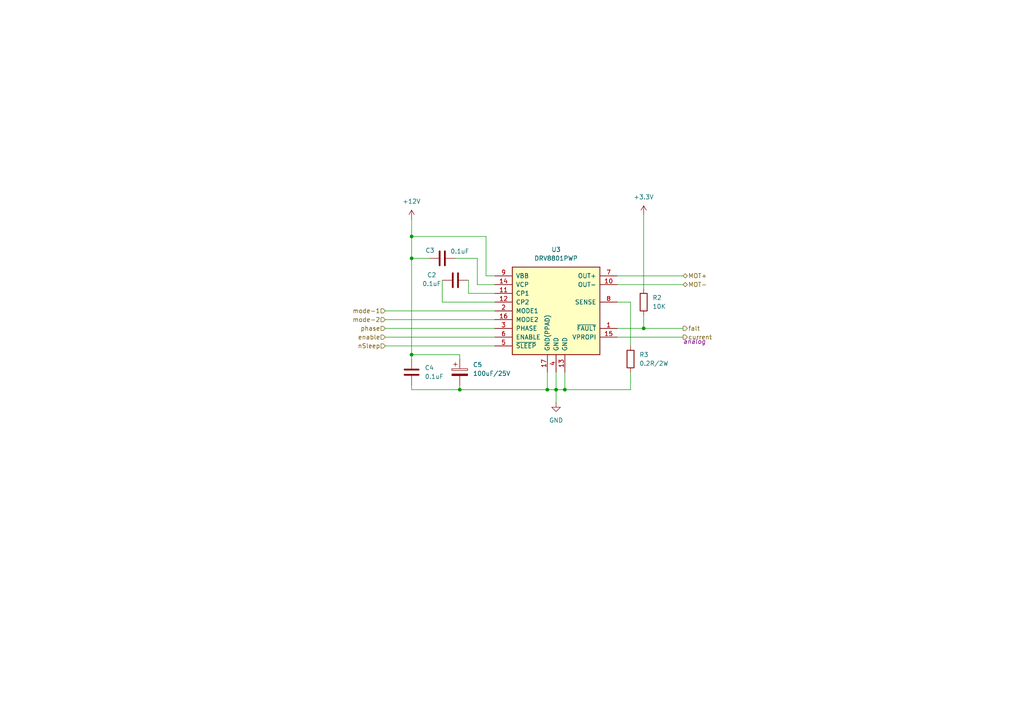
<source format=kicad_sch>
(kicad_sch
	(version 20231120)
	(generator "eeschema")
	(generator_version "8.0")
	(uuid "b66de35c-a5e8-4849-a5fd-959220826919")
	(paper "A4")
	(lib_symbols
		(symbol "Device:C"
			(pin_numbers hide)
			(pin_names
				(offset 0.254)
			)
			(exclude_from_sim no)
			(in_bom yes)
			(on_board yes)
			(property "Reference" "C"
				(at 0.635 2.54 0)
				(effects
					(font
						(size 1.27 1.27)
					)
					(justify left)
				)
			)
			(property "Value" "C"
				(at 0.635 -2.54 0)
				(effects
					(font
						(size 1.27 1.27)
					)
					(justify left)
				)
			)
			(property "Footprint" ""
				(at 0.9652 -3.81 0)
				(effects
					(font
						(size 1.27 1.27)
					)
					(hide yes)
				)
			)
			(property "Datasheet" "~"
				(at 0 0 0)
				(effects
					(font
						(size 1.27 1.27)
					)
					(hide yes)
				)
			)
			(property "Description" "Unpolarized capacitor"
				(at 0 0 0)
				(effects
					(font
						(size 1.27 1.27)
					)
					(hide yes)
				)
			)
			(property "ki_keywords" "cap capacitor"
				(at 0 0 0)
				(effects
					(font
						(size 1.27 1.27)
					)
					(hide yes)
				)
			)
			(property "ki_fp_filters" "C_*"
				(at 0 0 0)
				(effects
					(font
						(size 1.27 1.27)
					)
					(hide yes)
				)
			)
			(symbol "C_0_1"
				(polyline
					(pts
						(xy -2.032 -0.762) (xy 2.032 -0.762)
					)
					(stroke
						(width 0.508)
						(type default)
					)
					(fill
						(type none)
					)
				)
				(polyline
					(pts
						(xy -2.032 0.762) (xy 2.032 0.762)
					)
					(stroke
						(width 0.508)
						(type default)
					)
					(fill
						(type none)
					)
				)
			)
			(symbol "C_1_1"
				(pin passive line
					(at 0 3.81 270)
					(length 2.794)
					(name "~"
						(effects
							(font
								(size 1.27 1.27)
							)
						)
					)
					(number "1"
						(effects
							(font
								(size 1.27 1.27)
							)
						)
					)
				)
				(pin passive line
					(at 0 -3.81 90)
					(length 2.794)
					(name "~"
						(effects
							(font
								(size 1.27 1.27)
							)
						)
					)
					(number "2"
						(effects
							(font
								(size 1.27 1.27)
							)
						)
					)
				)
			)
		)
		(symbol "Device:C_Polarized"
			(pin_numbers hide)
			(pin_names
				(offset 0.254)
			)
			(exclude_from_sim no)
			(in_bom yes)
			(on_board yes)
			(property "Reference" "C"
				(at 0.635 2.54 0)
				(effects
					(font
						(size 1.27 1.27)
					)
					(justify left)
				)
			)
			(property "Value" "C_Polarized"
				(at 0.635 -2.54 0)
				(effects
					(font
						(size 1.27 1.27)
					)
					(justify left)
				)
			)
			(property "Footprint" ""
				(at 0.9652 -3.81 0)
				(effects
					(font
						(size 1.27 1.27)
					)
					(hide yes)
				)
			)
			(property "Datasheet" "~"
				(at 0 0 0)
				(effects
					(font
						(size 1.27 1.27)
					)
					(hide yes)
				)
			)
			(property "Description" "Polarized capacitor"
				(at 0 0 0)
				(effects
					(font
						(size 1.27 1.27)
					)
					(hide yes)
				)
			)
			(property "ki_keywords" "cap capacitor"
				(at 0 0 0)
				(effects
					(font
						(size 1.27 1.27)
					)
					(hide yes)
				)
			)
			(property "ki_fp_filters" "CP_*"
				(at 0 0 0)
				(effects
					(font
						(size 1.27 1.27)
					)
					(hide yes)
				)
			)
			(symbol "C_Polarized_0_1"
				(rectangle
					(start -2.286 0.508)
					(end 2.286 1.016)
					(stroke
						(width 0)
						(type default)
					)
					(fill
						(type none)
					)
				)
				(polyline
					(pts
						(xy -1.778 2.286) (xy -0.762 2.286)
					)
					(stroke
						(width 0)
						(type default)
					)
					(fill
						(type none)
					)
				)
				(polyline
					(pts
						(xy -1.27 2.794) (xy -1.27 1.778)
					)
					(stroke
						(width 0)
						(type default)
					)
					(fill
						(type none)
					)
				)
				(rectangle
					(start 2.286 -0.508)
					(end -2.286 -1.016)
					(stroke
						(width 0)
						(type default)
					)
					(fill
						(type outline)
					)
				)
			)
			(symbol "C_Polarized_1_1"
				(pin passive line
					(at 0 3.81 270)
					(length 2.794)
					(name "~"
						(effects
							(font
								(size 1.27 1.27)
							)
						)
					)
					(number "1"
						(effects
							(font
								(size 1.27 1.27)
							)
						)
					)
				)
				(pin passive line
					(at 0 -3.81 90)
					(length 2.794)
					(name "~"
						(effects
							(font
								(size 1.27 1.27)
							)
						)
					)
					(number "2"
						(effects
							(font
								(size 1.27 1.27)
							)
						)
					)
				)
			)
		)
		(symbol "Device:R"
			(pin_numbers hide)
			(pin_names
				(offset 0)
			)
			(exclude_from_sim no)
			(in_bom yes)
			(on_board yes)
			(property "Reference" "R"
				(at 2.032 0 90)
				(effects
					(font
						(size 1.27 1.27)
					)
				)
			)
			(property "Value" "R"
				(at 0 0 90)
				(effects
					(font
						(size 1.27 1.27)
					)
				)
			)
			(property "Footprint" ""
				(at -1.778 0 90)
				(effects
					(font
						(size 1.27 1.27)
					)
					(hide yes)
				)
			)
			(property "Datasheet" "~"
				(at 0 0 0)
				(effects
					(font
						(size 1.27 1.27)
					)
					(hide yes)
				)
			)
			(property "Description" "Resistor"
				(at 0 0 0)
				(effects
					(font
						(size 1.27 1.27)
					)
					(hide yes)
				)
			)
			(property "ki_keywords" "R res resistor"
				(at 0 0 0)
				(effects
					(font
						(size 1.27 1.27)
					)
					(hide yes)
				)
			)
			(property "ki_fp_filters" "R_*"
				(at 0 0 0)
				(effects
					(font
						(size 1.27 1.27)
					)
					(hide yes)
				)
			)
			(symbol "R_0_1"
				(rectangle
					(start -1.016 -2.54)
					(end 1.016 2.54)
					(stroke
						(width 0.254)
						(type default)
					)
					(fill
						(type none)
					)
				)
			)
			(symbol "R_1_1"
				(pin passive line
					(at 0 3.81 270)
					(length 1.27)
					(name "~"
						(effects
							(font
								(size 1.27 1.27)
							)
						)
					)
					(number "1"
						(effects
							(font
								(size 1.27 1.27)
							)
						)
					)
				)
				(pin passive line
					(at 0 -3.81 90)
					(length 1.27)
					(name "~"
						(effects
							(font
								(size 1.27 1.27)
							)
						)
					)
					(number "2"
						(effects
							(font
								(size 1.27 1.27)
							)
						)
					)
				)
			)
		)
		(symbol "Driver_Motor:DRV8801PWP"
			(pin_names
				(offset 1.016)
			)
			(exclude_from_sim no)
			(in_bom yes)
			(on_board yes)
			(property "Reference" "U"
				(at -12.7 16.51 0)
				(effects
					(font
						(size 1.27 1.27)
					)
					(justify left)
				)
			)
			(property "Value" "DRV8801PWP"
				(at -12.7 13.97 0)
				(effects
					(font
						(size 1.27 1.27)
					)
					(justify left)
				)
			)
			(property "Footprint" "Package_SO:HTSSOP-16-1EP_4.4x5mm_P0.65mm_EP3.4x5mm_Mask3x3mm_ThermalVias"
				(at 30.48 13.97 0)
				(effects
					(font
						(size 1.27 1.27)
					)
					(hide yes)
				)
			)
			(property "Datasheet" "http://www.ti.com/lit/ds/symlink/drv8801.pdf"
				(at 1.27 22.86 0)
				(effects
					(font
						(size 1.27 1.27)
					)
					(hide yes)
				)
			)
			(property "Description" "H-Bridge Motor Driver, TSSOP-16"
				(at 0 0 0)
				(effects
					(font
						(size 1.27 1.27)
					)
					(hide yes)
				)
			)
			(property "ki_keywords" "H-Bridge Motor Driver"
				(at 0 0 0)
				(effects
					(font
						(size 1.27 1.27)
					)
					(hide yes)
				)
			)
			(property "ki_fp_filters" "*TSSOP*4.4x5mm*P0.65mm*"
				(at 0 0 0)
				(effects
					(font
						(size 1.27 1.27)
					)
					(hide yes)
				)
			)
			(symbol "DRV8801PWP_0_1"
				(rectangle
					(start -12.7 12.7)
					(end 12.7 -12.7)
					(stroke
						(width 0.254)
						(type default)
					)
					(fill
						(type background)
					)
				)
			)
			(symbol "DRV8801PWP_1_1"
				(pin open_collector line
					(at 17.78 -5.08 180)
					(length 5.08)
					(name "~{FAULT}"
						(effects
							(font
								(size 1.27 1.27)
							)
						)
					)
					(number "1"
						(effects
							(font
								(size 1.27 1.27)
							)
						)
					)
				)
				(pin power_out line
					(at 17.78 7.62 180)
					(length 5.08)
					(name "OUT-"
						(effects
							(font
								(size 1.27 1.27)
							)
						)
					)
					(number "10"
						(effects
							(font
								(size 1.27 1.27)
							)
						)
					)
				)
				(pin power_in line
					(at -17.78 5.08 0)
					(length 5.08)
					(name "CP1"
						(effects
							(font
								(size 1.27 1.27)
							)
						)
					)
					(number "11"
						(effects
							(font
								(size 1.27 1.27)
							)
						)
					)
				)
				(pin power_in line
					(at -17.78 2.54 0)
					(length 5.08)
					(name "CP2"
						(effects
							(font
								(size 1.27 1.27)
							)
						)
					)
					(number "12"
						(effects
							(font
								(size 1.27 1.27)
							)
						)
					)
				)
				(pin power_in line
					(at 2.54 -17.78 90)
					(length 5.08)
					(name "GND"
						(effects
							(font
								(size 1.27 1.27)
							)
						)
					)
					(number "13"
						(effects
							(font
								(size 1.27 1.27)
							)
						)
					)
				)
				(pin power_in line
					(at -17.78 7.62 0)
					(length 5.08)
					(name "VCP"
						(effects
							(font
								(size 1.27 1.27)
							)
						)
					)
					(number "14"
						(effects
							(font
								(size 1.27 1.27)
							)
						)
					)
				)
				(pin output line
					(at 17.78 -7.62 180)
					(length 5.08)
					(name "VPROPI"
						(effects
							(font
								(size 1.27 1.27)
							)
						)
					)
					(number "15"
						(effects
							(font
								(size 1.27 1.27)
							)
						)
					)
				)
				(pin input line
					(at -17.78 -2.54 0)
					(length 5.08)
					(name "MODE2"
						(effects
							(font
								(size 1.27 1.27)
							)
						)
					)
					(number "16"
						(effects
							(font
								(size 1.27 1.27)
							)
						)
					)
				)
				(pin power_in line
					(at -2.54 -17.78 90)
					(length 5.08)
					(name "GND(PPAD)"
						(effects
							(font
								(size 1.27 1.27)
							)
						)
					)
					(number "17"
						(effects
							(font
								(size 1.27 1.27)
							)
						)
					)
				)
				(pin input line
					(at -17.78 0 0)
					(length 5.08)
					(name "MODE1"
						(effects
							(font
								(size 1.27 1.27)
							)
						)
					)
					(number "2"
						(effects
							(font
								(size 1.27 1.27)
							)
						)
					)
				)
				(pin input line
					(at -17.78 -5.08 0)
					(length 5.08)
					(name "PHASE"
						(effects
							(font
								(size 1.27 1.27)
							)
						)
					)
					(number "3"
						(effects
							(font
								(size 1.27 1.27)
							)
						)
					)
				)
				(pin power_in line
					(at 0 -17.78 90)
					(length 5.08)
					(name "GND"
						(effects
							(font
								(size 1.27 1.27)
							)
						)
					)
					(number "4"
						(effects
							(font
								(size 1.27 1.27)
							)
						)
					)
				)
				(pin input line
					(at -17.78 -10.16 0)
					(length 5.08)
					(name "~{SLEEP}"
						(effects
							(font
								(size 1.27 1.27)
							)
						)
					)
					(number "5"
						(effects
							(font
								(size 1.27 1.27)
							)
						)
					)
				)
				(pin input line
					(at -17.78 -7.62 0)
					(length 5.08)
					(name "ENABLE"
						(effects
							(font
								(size 1.27 1.27)
							)
						)
					)
					(number "6"
						(effects
							(font
								(size 1.27 1.27)
							)
						)
					)
				)
				(pin power_out line
					(at 17.78 10.16 180)
					(length 5.08)
					(name "OUT+"
						(effects
							(font
								(size 1.27 1.27)
							)
						)
					)
					(number "7"
						(effects
							(font
								(size 1.27 1.27)
							)
						)
					)
				)
				(pin power_out line
					(at 17.78 2.54 180)
					(length 5.08)
					(name "SENSE"
						(effects
							(font
								(size 1.27 1.27)
							)
						)
					)
					(number "8"
						(effects
							(font
								(size 1.27 1.27)
							)
						)
					)
				)
				(pin power_in line
					(at -17.78 10.16 0)
					(length 5.08)
					(name "VBB"
						(effects
							(font
								(size 1.27 1.27)
							)
						)
					)
					(number "9"
						(effects
							(font
								(size 1.27 1.27)
							)
						)
					)
				)
			)
		)
		(symbol "power:+12V"
			(power)
			(pin_numbers hide)
			(pin_names
				(offset 0) hide)
			(exclude_from_sim no)
			(in_bom yes)
			(on_board yes)
			(property "Reference" "#PWR"
				(at 0 -3.81 0)
				(effects
					(font
						(size 1.27 1.27)
					)
					(hide yes)
				)
			)
			(property "Value" "+12V"
				(at 0 3.556 0)
				(effects
					(font
						(size 1.27 1.27)
					)
				)
			)
			(property "Footprint" ""
				(at 0 0 0)
				(effects
					(font
						(size 1.27 1.27)
					)
					(hide yes)
				)
			)
			(property "Datasheet" ""
				(at 0 0 0)
				(effects
					(font
						(size 1.27 1.27)
					)
					(hide yes)
				)
			)
			(property "Description" "Power symbol creates a global label with name \"+12V\""
				(at 0 0 0)
				(effects
					(font
						(size 1.27 1.27)
					)
					(hide yes)
				)
			)
			(property "ki_keywords" "global power"
				(at 0 0 0)
				(effects
					(font
						(size 1.27 1.27)
					)
					(hide yes)
				)
			)
			(symbol "+12V_0_1"
				(polyline
					(pts
						(xy -0.762 1.27) (xy 0 2.54)
					)
					(stroke
						(width 0)
						(type default)
					)
					(fill
						(type none)
					)
				)
				(polyline
					(pts
						(xy 0 0) (xy 0 2.54)
					)
					(stroke
						(width 0)
						(type default)
					)
					(fill
						(type none)
					)
				)
				(polyline
					(pts
						(xy 0 2.54) (xy 0.762 1.27)
					)
					(stroke
						(width 0)
						(type default)
					)
					(fill
						(type none)
					)
				)
			)
			(symbol "+12V_1_1"
				(pin power_in line
					(at 0 0 90)
					(length 0)
					(name "~"
						(effects
							(font
								(size 1.27 1.27)
							)
						)
					)
					(number "1"
						(effects
							(font
								(size 1.27 1.27)
							)
						)
					)
				)
			)
		)
		(symbol "power:+3.3V"
			(power)
			(pin_numbers hide)
			(pin_names
				(offset 0) hide)
			(exclude_from_sim no)
			(in_bom yes)
			(on_board yes)
			(property "Reference" "#PWR"
				(at 0 -3.81 0)
				(effects
					(font
						(size 1.27 1.27)
					)
					(hide yes)
				)
			)
			(property "Value" "+3.3V"
				(at 0 3.556 0)
				(effects
					(font
						(size 1.27 1.27)
					)
				)
			)
			(property "Footprint" ""
				(at 0 0 0)
				(effects
					(font
						(size 1.27 1.27)
					)
					(hide yes)
				)
			)
			(property "Datasheet" ""
				(at 0 0 0)
				(effects
					(font
						(size 1.27 1.27)
					)
					(hide yes)
				)
			)
			(property "Description" "Power symbol creates a global label with name \"+3.3V\""
				(at 0 0 0)
				(effects
					(font
						(size 1.27 1.27)
					)
					(hide yes)
				)
			)
			(property "ki_keywords" "global power"
				(at 0 0 0)
				(effects
					(font
						(size 1.27 1.27)
					)
					(hide yes)
				)
			)
			(symbol "+3.3V_0_1"
				(polyline
					(pts
						(xy -0.762 1.27) (xy 0 2.54)
					)
					(stroke
						(width 0)
						(type default)
					)
					(fill
						(type none)
					)
				)
				(polyline
					(pts
						(xy 0 0) (xy 0 2.54)
					)
					(stroke
						(width 0)
						(type default)
					)
					(fill
						(type none)
					)
				)
				(polyline
					(pts
						(xy 0 2.54) (xy 0.762 1.27)
					)
					(stroke
						(width 0)
						(type default)
					)
					(fill
						(type none)
					)
				)
			)
			(symbol "+3.3V_1_1"
				(pin power_in line
					(at 0 0 90)
					(length 0)
					(name "~"
						(effects
							(font
								(size 1.27 1.27)
							)
						)
					)
					(number "1"
						(effects
							(font
								(size 1.27 1.27)
							)
						)
					)
				)
			)
		)
		(symbol "power:GND"
			(power)
			(pin_numbers hide)
			(pin_names
				(offset 0) hide)
			(exclude_from_sim no)
			(in_bom yes)
			(on_board yes)
			(property "Reference" "#PWR"
				(at 0 -6.35 0)
				(effects
					(font
						(size 1.27 1.27)
					)
					(hide yes)
				)
			)
			(property "Value" "GND"
				(at 0 -3.81 0)
				(effects
					(font
						(size 1.27 1.27)
					)
				)
			)
			(property "Footprint" ""
				(at 0 0 0)
				(effects
					(font
						(size 1.27 1.27)
					)
					(hide yes)
				)
			)
			(property "Datasheet" ""
				(at 0 0 0)
				(effects
					(font
						(size 1.27 1.27)
					)
					(hide yes)
				)
			)
			(property "Description" "Power symbol creates a global label with name \"GND\" , ground"
				(at 0 0 0)
				(effects
					(font
						(size 1.27 1.27)
					)
					(hide yes)
				)
			)
			(property "ki_keywords" "global power"
				(at 0 0 0)
				(effects
					(font
						(size 1.27 1.27)
					)
					(hide yes)
				)
			)
			(symbol "GND_0_1"
				(polyline
					(pts
						(xy 0 0) (xy 0 -1.27) (xy 1.27 -1.27) (xy 0 -2.54) (xy -1.27 -1.27) (xy 0 -1.27)
					)
					(stroke
						(width 0)
						(type default)
					)
					(fill
						(type none)
					)
				)
			)
			(symbol "GND_1_1"
				(pin power_in line
					(at 0 0 270)
					(length 0)
					(name "~"
						(effects
							(font
								(size 1.27 1.27)
							)
						)
					)
					(number "1"
						(effects
							(font
								(size 1.27 1.27)
							)
						)
					)
				)
			)
		)
	)
	(junction
		(at 119.38 68.58)
		(diameter 0)
		(color 0 0 0 0)
		(uuid "23cf3a5c-fa28-4bac-9fc2-04645479af2d")
	)
	(junction
		(at 186.69 95.25)
		(diameter 0)
		(color 0 0 0 0)
		(uuid "79dd8631-80fd-4260-a3a0-58553617c45f")
	)
	(junction
		(at 119.38 102.87)
		(diameter 0)
		(color 0 0 0 0)
		(uuid "9aacaff2-c2a0-46fe-8249-8749f6daa3cc")
	)
	(junction
		(at 119.38 74.93)
		(diameter 0)
		(color 0 0 0 0)
		(uuid "a4b4d882-f24d-4b12-b5ba-df4974691f2b")
	)
	(junction
		(at 158.75 113.03)
		(diameter 0)
		(color 0 0 0 0)
		(uuid "c270f5d4-20cd-4b91-a33a-9071d16c7463")
	)
	(junction
		(at 133.35 113.03)
		(diameter 0)
		(color 0 0 0 0)
		(uuid "c71e3101-f45f-4cf3-a20f-c97674827964")
	)
	(junction
		(at 161.29 113.03)
		(diameter 0)
		(color 0 0 0 0)
		(uuid "e4936582-9325-4b06-b0a4-cc0707a07bfb")
	)
	(junction
		(at 163.83 113.03)
		(diameter 0)
		(color 0 0 0 0)
		(uuid "e96cd63a-ca26-4806-8f73-674f528710b5")
	)
	(wire
		(pts
			(xy 133.35 111.76) (xy 133.35 113.03)
		)
		(stroke
			(width 0)
			(type default)
		)
		(uuid "03b5a77c-475b-4cfb-ab2b-d5f4dfea0c84")
	)
	(wire
		(pts
			(xy 179.07 87.63) (xy 182.88 87.63)
		)
		(stroke
			(width 0)
			(type default)
		)
		(uuid "0508da91-1dfc-40a6-9349-9129fe38e7a4")
	)
	(wire
		(pts
			(xy 186.69 91.44) (xy 186.69 95.25)
		)
		(stroke
			(width 0)
			(type default)
		)
		(uuid "0823541b-bac2-45b3-a56b-7d5e9f2f1dd9")
	)
	(wire
		(pts
			(xy 158.75 107.95) (xy 158.75 113.03)
		)
		(stroke
			(width 0)
			(type default)
		)
		(uuid "14ce762a-e8ee-4229-9926-244fadd03d54")
	)
	(wire
		(pts
			(xy 133.35 113.03) (xy 158.75 113.03)
		)
		(stroke
			(width 0)
			(type default)
		)
		(uuid "2110fed0-fc2e-44a8-9b9b-f9e142cff96f")
	)
	(wire
		(pts
			(xy 111.76 100.33) (xy 143.51 100.33)
		)
		(stroke
			(width 0)
			(type default)
		)
		(uuid "25b02fea-3af8-47b1-a469-2cda7b2edaa9")
	)
	(wire
		(pts
			(xy 161.29 107.95) (xy 161.29 113.03)
		)
		(stroke
			(width 0)
			(type default)
		)
		(uuid "28b801c6-7566-46f4-895a-e63942c43124")
	)
	(wire
		(pts
			(xy 119.38 74.93) (xy 119.38 68.58)
		)
		(stroke
			(width 0)
			(type default)
		)
		(uuid "2a79aa9a-fc05-4734-849f-b7a676aa7784")
	)
	(wire
		(pts
			(xy 163.83 113.03) (xy 182.88 113.03)
		)
		(stroke
			(width 0)
			(type default)
		)
		(uuid "33afd0e4-0e87-4b8d-babb-4ccc2fb5f077")
	)
	(wire
		(pts
			(xy 119.38 74.93) (xy 119.38 102.87)
		)
		(stroke
			(width 0)
			(type default)
		)
		(uuid "34eaf103-0a40-41f4-87d0-13f240c1e6aa")
	)
	(wire
		(pts
			(xy 119.38 74.93) (xy 124.46 74.93)
		)
		(stroke
			(width 0)
			(type default)
		)
		(uuid "38d222b6-bf4f-4a07-84be-6d3826c3c5f5")
	)
	(wire
		(pts
			(xy 182.88 87.63) (xy 182.88 100.33)
		)
		(stroke
			(width 0)
			(type default)
		)
		(uuid "39bf956d-9010-48e3-911c-99efb7500a4b")
	)
	(wire
		(pts
			(xy 119.38 111.76) (xy 119.38 113.03)
		)
		(stroke
			(width 0)
			(type default)
		)
		(uuid "3e59e81f-dad7-4335-920e-089b260ced44")
	)
	(wire
		(pts
			(xy 179.07 82.55) (xy 198.12 82.55)
		)
		(stroke
			(width 0)
			(type default)
		)
		(uuid "482af211-3dba-4c7b-ba7f-3344e842d88b")
	)
	(wire
		(pts
			(xy 111.76 95.25) (xy 143.51 95.25)
		)
		(stroke
			(width 0)
			(type default)
		)
		(uuid "57566d5d-8ceb-4492-bf45-72cbabf65a1e")
	)
	(wire
		(pts
			(xy 138.43 74.93) (xy 132.08 74.93)
		)
		(stroke
			(width 0)
			(type default)
		)
		(uuid "58663acd-a2f9-4fc1-86a8-ba966bcda962")
	)
	(wire
		(pts
			(xy 119.38 113.03) (xy 133.35 113.03)
		)
		(stroke
			(width 0)
			(type default)
		)
		(uuid "59bcab1a-490a-42dc-9106-ff5e57b65b45")
	)
	(wire
		(pts
			(xy 158.75 113.03) (xy 161.29 113.03)
		)
		(stroke
			(width 0)
			(type default)
		)
		(uuid "5d9bc760-dc67-42e3-8df4-c9063faff13f")
	)
	(wire
		(pts
			(xy 135.89 81.28) (xy 135.89 85.09)
		)
		(stroke
			(width 0)
			(type default)
		)
		(uuid "5ed3ad6c-d5ee-4f6b-8016-f5cec93e2a21")
	)
	(wire
		(pts
			(xy 111.76 92.71) (xy 143.51 92.71)
		)
		(stroke
			(width 0)
			(type default)
		)
		(uuid "72b005b7-bcfd-4592-a911-57386582776e")
	)
	(wire
		(pts
			(xy 119.38 63.5) (xy 119.38 68.58)
		)
		(stroke
			(width 0)
			(type default)
		)
		(uuid "7d9d5fc4-d20c-4fba-a1d9-f852f89f8669")
	)
	(wire
		(pts
			(xy 143.51 82.55) (xy 138.43 82.55)
		)
		(stroke
			(width 0)
			(type default)
		)
		(uuid "7e840bea-84bd-4ea5-be79-5983948ec3ee")
	)
	(wire
		(pts
			(xy 186.69 95.25) (xy 198.12 95.25)
		)
		(stroke
			(width 0)
			(type default)
		)
		(uuid "815158f8-0c4e-4363-b0a7-a59826ef2d8e")
	)
	(wire
		(pts
			(xy 119.38 102.87) (xy 119.38 104.14)
		)
		(stroke
			(width 0)
			(type default)
		)
		(uuid "8a4964db-fe34-4ef6-89c3-5942e60f563b")
	)
	(wire
		(pts
			(xy 119.38 68.58) (xy 140.97 68.58)
		)
		(stroke
			(width 0)
			(type default)
		)
		(uuid "8f2855a1-0be0-43fd-b247-ede5fb03f1f4")
	)
	(wire
		(pts
			(xy 133.35 104.14) (xy 133.35 102.87)
		)
		(stroke
			(width 0)
			(type default)
		)
		(uuid "904bff3e-0d17-4d44-a765-e15dec39f8fa")
	)
	(wire
		(pts
			(xy 182.88 113.03) (xy 182.88 107.95)
		)
		(stroke
			(width 0)
			(type default)
		)
		(uuid "9a1c6b52-a9e9-4fba-be8f-59722ef84e5b")
	)
	(wire
		(pts
			(xy 186.69 62.23) (xy 186.69 83.82)
		)
		(stroke
			(width 0)
			(type default)
		)
		(uuid "9c6ab107-9569-45e9-afc2-3e4b0ee94751")
	)
	(wire
		(pts
			(xy 140.97 80.01) (xy 143.51 80.01)
		)
		(stroke
			(width 0)
			(type default)
		)
		(uuid "a59d8384-9d45-4b35-b592-f5aa271800dd")
	)
	(wire
		(pts
			(xy 128.27 87.63) (xy 143.51 87.63)
		)
		(stroke
			(width 0)
			(type default)
		)
		(uuid "a5ad9c4b-a911-4b2f-bc28-dabced586821")
	)
	(wire
		(pts
			(xy 161.29 113.03) (xy 161.29 116.84)
		)
		(stroke
			(width 0)
			(type default)
		)
		(uuid "a8a68618-65d6-4726-8a1c-01e388a31682")
	)
	(wire
		(pts
			(xy 140.97 68.58) (xy 140.97 80.01)
		)
		(stroke
			(width 0)
			(type default)
		)
		(uuid "b7985a46-b6ba-4fe8-b607-f2de32ebf032")
	)
	(wire
		(pts
			(xy 128.27 81.28) (xy 128.27 87.63)
		)
		(stroke
			(width 0)
			(type default)
		)
		(uuid "be7870db-7bd2-4a18-bd9e-61ee5cb526ed")
	)
	(wire
		(pts
			(xy 111.76 90.17) (xy 143.51 90.17)
		)
		(stroke
			(width 0)
			(type default)
		)
		(uuid "c27deac2-a18f-45c3-8801-2b2c8a03e03a")
	)
	(wire
		(pts
			(xy 161.29 113.03) (xy 163.83 113.03)
		)
		(stroke
			(width 0)
			(type default)
		)
		(uuid "d4fa08e0-1c7d-4b82-a387-6b32bac3ec9b")
	)
	(wire
		(pts
			(xy 186.69 95.25) (xy 179.07 95.25)
		)
		(stroke
			(width 0)
			(type default)
		)
		(uuid "d856ea5c-3876-40bd-9d99-d0ebed3f6d99")
	)
	(wire
		(pts
			(xy 138.43 74.93) (xy 138.43 82.55)
		)
		(stroke
			(width 0)
			(type default)
		)
		(uuid "da5c1e3e-801f-44ac-9692-e9896321dc36")
	)
	(wire
		(pts
			(xy 135.89 85.09) (xy 143.51 85.09)
		)
		(stroke
			(width 0)
			(type default)
		)
		(uuid "e2030079-cf57-4a09-939d-d7df75b93942")
	)
	(wire
		(pts
			(xy 133.35 102.87) (xy 119.38 102.87)
		)
		(stroke
			(width 0)
			(type default)
		)
		(uuid "eb1dd2c5-9610-4ddb-a23e-9cf4665d0b20")
	)
	(wire
		(pts
			(xy 179.07 97.79) (xy 198.12 97.79)
		)
		(stroke
			(width 0)
			(type default)
		)
		(uuid "f0c9b58a-75c2-4be9-bced-92dcb0d24d04")
	)
	(wire
		(pts
			(xy 179.07 80.01) (xy 198.12 80.01)
		)
		(stroke
			(width 0)
			(type default)
		)
		(uuid "f634591f-03f1-4291-b9fe-ca542a3b380f")
	)
	(wire
		(pts
			(xy 163.83 113.03) (xy 163.83 107.95)
		)
		(stroke
			(width 0)
			(type default)
		)
		(uuid "faeacfb9-fb25-4a34-ace6-66df05a6eac5")
	)
	(wire
		(pts
			(xy 111.76 97.79) (xy 143.51 97.79)
		)
		(stroke
			(width 0)
			(type default)
		)
		(uuid "fc9b9d8f-0702-4e83-8c36-f24e57fcc255")
	)
	(hierarchical_label "MOT-"
		(shape bidirectional)
		(at 198.12 82.55 0)
		(fields_autoplaced yes)
		(effects
			(font
				(size 1.27 1.27)
			)
			(justify left)
		)
		(uuid "4c63c7d3-13cd-476e-af4b-2ce48566ddf1")
	)
	(hierarchical_label "MOT+"
		(shape bidirectional)
		(at 198.12 80.01 0)
		(fields_autoplaced yes)
		(effects
			(font
				(size 1.27 1.27)
			)
			(justify left)
		)
		(uuid "65cc7a8a-827a-44c4-bcca-cf7609d7b253")
	)
	(hierarchical_label "mode-2"
		(shape input)
		(at 111.76 92.71 180)
		(fields_autoplaced yes)
		(effects
			(font
				(size 1.27 1.27)
			)
			(justify right)
		)
		(uuid "69c5a7d5-563f-4bea-bcf1-67e7455e9ac1")
	)
	(hierarchical_label "falt"
		(shape output)
		(at 198.12 95.25 0)
		(fields_autoplaced yes)
		(effects
			(font
				(size 1.27 1.27)
			)
			(justify left)
		)
		(uuid "7ee73e2a-15c2-4077-af09-1eef165fd95f")
	)
	(hierarchical_label "mode-1"
		(shape input)
		(at 111.76 90.17 180)
		(fields_autoplaced yes)
		(effects
			(font
				(size 1.27 1.27)
			)
			(justify right)
		)
		(uuid "b3b16f14-e45f-46e9-87c4-fec21cae27e5")
	)
	(hierarchical_label "enable"
		(shape input)
		(at 111.76 97.79 180)
		(fields_autoplaced yes)
		(effects
			(font
				(size 1.27 1.27)
			)
			(justify right)
		)
		(uuid "c7054532-674d-411a-9935-d92b9717e36a")
	)
	(hierarchical_label "nSleep"
		(shape input)
		(at 111.76 100.33 180)
		(fields_autoplaced yes)
		(effects
			(font
				(size 1.27 1.27)
			)
			(justify right)
		)
		(uuid "d111e091-58be-47f6-9c81-c180ab9a03e0")
	)
	(hierarchical_label "current"
		(shape output)
		(at 198.12 97.79 0)
		(fields_autoplaced yes)
		(effects
			(font
				(size 1.27 1.27)
				(thickness 0.1588)
			)
			(justify left)
		)
		(uuid "d6c8413a-26fe-460e-b70a-4eb2fa499d8c")
		(property "Netclass" "analog"
			(at 198.12 99.06 0)
			(effects
				(font
					(size 1.27 1.27)
					(thickness 0.1588)
					(italic yes)
				)
				(justify left)
			)
		)
	)
	(hierarchical_label "phase"
		(shape input)
		(at 111.76 95.25 180)
		(fields_autoplaced yes)
		(effects
			(font
				(size 1.27 1.27)
			)
			(justify right)
		)
		(uuid "e2456db0-5acb-43d2-bfc4-2d2b6fa5576d")
	)
	(symbol
		(lib_id "Device:C")
		(at 128.27 74.93 90)
		(unit 1)
		(exclude_from_sim no)
		(in_bom yes)
		(on_board yes)
		(dnp no)
		(uuid "28ca052f-7709-4efa-bad5-2994585b2eb5")
		(property "Reference" "C3"
			(at 124.714 72.644 90)
			(effects
				(font
					(size 1.27 1.27)
				)
			)
		)
		(property "Value" "0.1uF"
			(at 133.35 72.898 90)
			(effects
				(font
					(size 1.27 1.27)
				)
			)
		)
		(property "Footprint" ""
			(at 132.08 73.9648 0)
			(effects
				(font
					(size 1.27 1.27)
				)
				(hide yes)
			)
		)
		(property "Datasheet" "~"
			(at 128.27 74.93 0)
			(effects
				(font
					(size 1.27 1.27)
				)
				(hide yes)
			)
		)
		(property "Description" "Unpolarized capacitor"
			(at 128.27 74.93 0)
			(effects
				(font
					(size 1.27 1.27)
				)
				(hide yes)
			)
		)
		(pin "1"
			(uuid "1419903c-0bb4-42b4-96ae-157347cc33e1")
		)
		(pin "2"
			(uuid "637d1e64-5e97-4c22-aefd-6f5e4108ed52")
		)
		(instances
			(project "Railway-CAN"
				(path "/e87f8d3b-085f-4102-95a6-805c7a7244eb/2406e530-ab28-47d9-891c-67814956d0d6"
					(reference "C3")
					(unit 1)
				)
			)
		)
	)
	(symbol
		(lib_id "Device:C")
		(at 119.38 107.95 0)
		(unit 1)
		(exclude_from_sim no)
		(in_bom yes)
		(on_board yes)
		(dnp no)
		(fields_autoplaced yes)
		(uuid "313f39b3-262b-4ee7-a114-10f36e684ff1")
		(property "Reference" "C4"
			(at 123.19 106.6799 0)
			(effects
				(font
					(size 1.27 1.27)
				)
				(justify left)
			)
		)
		(property "Value" "0.1uF"
			(at 123.19 109.2199 0)
			(effects
				(font
					(size 1.27 1.27)
				)
				(justify left)
			)
		)
		(property "Footprint" ""
			(at 120.3452 111.76 0)
			(effects
				(font
					(size 1.27 1.27)
				)
				(hide yes)
			)
		)
		(property "Datasheet" "~"
			(at 119.38 107.95 0)
			(effects
				(font
					(size 1.27 1.27)
				)
				(hide yes)
			)
		)
		(property "Description" "Unpolarized capacitor"
			(at 119.38 107.95 0)
			(effects
				(font
					(size 1.27 1.27)
				)
				(hide yes)
			)
		)
		(pin "1"
			(uuid "3211fe2d-f37f-44e3-ac72-cdfba4b89dcc")
		)
		(pin "2"
			(uuid "77f551f8-1648-4fae-a298-cbd6252e0adf")
		)
		(instances
			(project "Railway-CAN"
				(path "/e87f8d3b-085f-4102-95a6-805c7a7244eb/2406e530-ab28-47d9-891c-67814956d0d6"
					(reference "C4")
					(unit 1)
				)
			)
		)
	)
	(symbol
		(lib_id "Device:C_Polarized")
		(at 133.35 107.95 0)
		(unit 1)
		(exclude_from_sim no)
		(in_bom yes)
		(on_board yes)
		(dnp no)
		(fields_autoplaced yes)
		(uuid "5bbf0eb4-97fc-4814-8aef-cb6a6b4d5223")
		(property "Reference" "C5"
			(at 137.16 105.7909 0)
			(effects
				(font
					(size 1.27 1.27)
				)
				(justify left)
			)
		)
		(property "Value" "100uF/25V"
			(at 137.16 108.3309 0)
			(effects
				(font
					(size 1.27 1.27)
				)
				(justify left)
			)
		)
		(property "Footprint" ""
			(at 134.3152 111.76 0)
			(effects
				(font
					(size 1.27 1.27)
				)
				(hide yes)
			)
		)
		(property "Datasheet" "~"
			(at 133.35 107.95 0)
			(effects
				(font
					(size 1.27 1.27)
				)
				(hide yes)
			)
		)
		(property "Description" "Polarized capacitor"
			(at 133.35 107.95 0)
			(effects
				(font
					(size 1.27 1.27)
				)
				(hide yes)
			)
		)
		(pin "2"
			(uuid "eaa0351f-0543-4126-991a-e6e04103f214")
		)
		(pin "1"
			(uuid "ca1238ac-f867-439e-8fa6-6e968d2c3109")
		)
		(instances
			(project ""
				(path "/e87f8d3b-085f-4102-95a6-805c7a7244eb/2406e530-ab28-47d9-891c-67814956d0d6"
					(reference "C5")
					(unit 1)
				)
			)
		)
	)
	(symbol
		(lib_id "Device:C")
		(at 132.08 81.28 90)
		(unit 1)
		(exclude_from_sim no)
		(in_bom yes)
		(on_board yes)
		(dnp no)
		(uuid "5bbf2de7-da57-45ce-af4c-811e11d70478")
		(property "Reference" "C2"
			(at 125.222 79.756 90)
			(effects
				(font
					(size 1.27 1.27)
				)
			)
		)
		(property "Value" "0.1uF"
			(at 125.222 82.296 90)
			(effects
				(font
					(size 1.27 1.27)
				)
			)
		)
		(property "Footprint" ""
			(at 135.89 80.3148 0)
			(effects
				(font
					(size 1.27 1.27)
				)
				(hide yes)
			)
		)
		(property "Datasheet" "~"
			(at 132.08 81.28 0)
			(effects
				(font
					(size 1.27 1.27)
				)
				(hide yes)
			)
		)
		(property "Description" "Unpolarized capacitor"
			(at 132.08 81.28 0)
			(effects
				(font
					(size 1.27 1.27)
				)
				(hide yes)
			)
		)
		(pin "1"
			(uuid "0fc4f78c-1f51-4de7-85d6-5dc48c93ad05")
		)
		(pin "2"
			(uuid "982993c1-003e-4d2b-8238-daa1d66866b7")
		)
		(instances
			(project ""
				(path "/e87f8d3b-085f-4102-95a6-805c7a7244eb/2406e530-ab28-47d9-891c-67814956d0d6"
					(reference "C2")
					(unit 1)
				)
			)
		)
	)
	(symbol
		(lib_id "power:GND")
		(at 161.29 116.84 0)
		(unit 1)
		(exclude_from_sim no)
		(in_bom yes)
		(on_board yes)
		(dnp no)
		(fields_autoplaced yes)
		(uuid "83953370-cfea-49ab-a59d-5d585cc13781")
		(property "Reference" "#PWR01"
			(at 161.29 123.19 0)
			(effects
				(font
					(size 1.27 1.27)
				)
				(hide yes)
			)
		)
		(property "Value" "GND"
			(at 161.29 121.92 0)
			(effects
				(font
					(size 1.27 1.27)
				)
			)
		)
		(property "Footprint" ""
			(at 161.29 116.84 0)
			(effects
				(font
					(size 1.27 1.27)
				)
				(hide yes)
			)
		)
		(property "Datasheet" ""
			(at 161.29 116.84 0)
			(effects
				(font
					(size 1.27 1.27)
				)
				(hide yes)
			)
		)
		(property "Description" "Power symbol creates a global label with name \"GND\" , ground"
			(at 161.29 116.84 0)
			(effects
				(font
					(size 1.27 1.27)
				)
				(hide yes)
			)
		)
		(pin "1"
			(uuid "254e323e-92a0-4c7b-b2bd-00b6a5c332c2")
		)
		(instances
			(project ""
				(path "/e87f8d3b-085f-4102-95a6-805c7a7244eb/2406e530-ab28-47d9-891c-67814956d0d6"
					(reference "#PWR01")
					(unit 1)
				)
			)
		)
	)
	(symbol
		(lib_id "power:+12V")
		(at 119.38 63.5 0)
		(unit 1)
		(exclude_from_sim no)
		(in_bom yes)
		(on_board yes)
		(dnp no)
		(fields_autoplaced yes)
		(uuid "8647afac-3d2f-4361-aeb2-3baaf81c2929")
		(property "Reference" "#PWR07"
			(at 119.38 67.31 0)
			(effects
				(font
					(size 1.27 1.27)
				)
				(hide yes)
			)
		)
		(property "Value" "+12V"
			(at 119.38 58.42 0)
			(effects
				(font
					(size 1.27 1.27)
				)
			)
		)
		(property "Footprint" ""
			(at 119.38 63.5 0)
			(effects
				(font
					(size 1.27 1.27)
				)
				(hide yes)
			)
		)
		(property "Datasheet" ""
			(at 119.38 63.5 0)
			(effects
				(font
					(size 1.27 1.27)
				)
				(hide yes)
			)
		)
		(property "Description" "Power symbol creates a global label with name \"+12V\""
			(at 119.38 63.5 0)
			(effects
				(font
					(size 1.27 1.27)
				)
				(hide yes)
			)
		)
		(pin "1"
			(uuid "6ee2130f-be92-4d06-850d-60b5f07bbbac")
		)
		(instances
			(project ""
				(path "/e87f8d3b-085f-4102-95a6-805c7a7244eb/2406e530-ab28-47d9-891c-67814956d0d6"
					(reference "#PWR07")
					(unit 1)
				)
			)
		)
	)
	(symbol
		(lib_id "Device:R")
		(at 186.69 87.63 0)
		(unit 1)
		(exclude_from_sim no)
		(in_bom yes)
		(on_board yes)
		(dnp no)
		(fields_autoplaced yes)
		(uuid "a2c3b4bc-c465-46ff-adc7-75421037f985")
		(property "Reference" "R2"
			(at 189.23 86.3599 0)
			(effects
				(font
					(size 1.27 1.27)
				)
				(justify left)
			)
		)
		(property "Value" "10K"
			(at 189.23 88.8999 0)
			(effects
				(font
					(size 1.27 1.27)
				)
				(justify left)
			)
		)
		(property "Footprint" ""
			(at 184.912 87.63 90)
			(effects
				(font
					(size 1.27 1.27)
				)
				(hide yes)
			)
		)
		(property "Datasheet" "~"
			(at 186.69 87.63 0)
			(effects
				(font
					(size 1.27 1.27)
				)
				(hide yes)
			)
		)
		(property "Description" "Resistor"
			(at 186.69 87.63 0)
			(effects
				(font
					(size 1.27 1.27)
				)
				(hide yes)
			)
		)
		(pin "1"
			(uuid "0af9cee8-3eab-42a8-9233-54c3783050da")
		)
		(pin "2"
			(uuid "2892578d-be4c-455d-a767-ff7b8c779ccb")
		)
		(instances
			(project ""
				(path "/e87f8d3b-085f-4102-95a6-805c7a7244eb/2406e530-ab28-47d9-891c-67814956d0d6"
					(reference "R2")
					(unit 1)
				)
			)
		)
	)
	(symbol
		(lib_id "Device:R")
		(at 182.88 104.14 0)
		(unit 1)
		(exclude_from_sim no)
		(in_bom yes)
		(on_board yes)
		(dnp no)
		(fields_autoplaced yes)
		(uuid "bd0af7cf-4e7c-45c5-addb-b60f0a9bf5f2")
		(property "Reference" "R3"
			(at 185.42 102.8699 0)
			(effects
				(font
					(size 1.27 1.27)
				)
				(justify left)
			)
		)
		(property "Value" "0.2R/2W"
			(at 185.42 105.4099 0)
			(effects
				(font
					(size 1.27 1.27)
				)
				(justify left)
			)
		)
		(property "Footprint" ""
			(at 181.102 104.14 90)
			(effects
				(font
					(size 1.27 1.27)
				)
				(hide yes)
			)
		)
		(property "Datasheet" "~"
			(at 182.88 104.14 0)
			(effects
				(font
					(size 1.27 1.27)
				)
				(hide yes)
			)
		)
		(property "Description" "Resistor"
			(at 182.88 104.14 0)
			(effects
				(font
					(size 1.27 1.27)
				)
				(hide yes)
			)
		)
		(pin "1"
			(uuid "a57fadbe-66ad-46a8-8e81-bf157643b59f")
		)
		(pin "2"
			(uuid "2d631dc0-5782-40dd-863f-cb60c9da4608")
		)
		(instances
			(project "Railway-CAN"
				(path "/e87f8d3b-085f-4102-95a6-805c7a7244eb/2406e530-ab28-47d9-891c-67814956d0d6"
					(reference "R3")
					(unit 1)
				)
			)
		)
	)
	(symbol
		(lib_id "power:+3.3V")
		(at 186.69 62.23 0)
		(unit 1)
		(exclude_from_sim no)
		(in_bom yes)
		(on_board yes)
		(dnp no)
		(fields_autoplaced yes)
		(uuid "eeee10df-879d-48c8-b2b8-817c9cd9a733")
		(property "Reference" "#PWR05"
			(at 186.69 66.04 0)
			(effects
				(font
					(size 1.27 1.27)
				)
				(hide yes)
			)
		)
		(property "Value" "+3.3V"
			(at 186.69 57.15 0)
			(effects
				(font
					(size 1.27 1.27)
				)
			)
		)
		(property "Footprint" ""
			(at 186.69 62.23 0)
			(effects
				(font
					(size 1.27 1.27)
				)
				(hide yes)
			)
		)
		(property "Datasheet" ""
			(at 186.69 62.23 0)
			(effects
				(font
					(size 1.27 1.27)
				)
				(hide yes)
			)
		)
		(property "Description" "Power symbol creates a global label with name \"+3.3V\""
			(at 186.69 62.23 0)
			(effects
				(font
					(size 1.27 1.27)
				)
				(hide yes)
			)
		)
		(pin "1"
			(uuid "7af2b551-1d64-416d-905c-bbaec799469e")
		)
		(instances
			(project ""
				(path "/e87f8d3b-085f-4102-95a6-805c7a7244eb/2406e530-ab28-47d9-891c-67814956d0d6"
					(reference "#PWR05")
					(unit 1)
				)
			)
		)
	)
	(symbol
		(lib_id "Driver_Motor:DRV8801PWP")
		(at 161.29 90.17 0)
		(unit 1)
		(exclude_from_sim no)
		(in_bom yes)
		(on_board yes)
		(dnp no)
		(fields_autoplaced yes)
		(uuid "fddd5277-e77d-47ac-84c8-7c62d1587fff")
		(property "Reference" "U3"
			(at 161.29 72.39 0)
			(effects
				(font
					(size 1.27 1.27)
				)
			)
		)
		(property "Value" "DRV8801PWP"
			(at 161.29 74.93 0)
			(effects
				(font
					(size 1.27 1.27)
				)
			)
		)
		(property "Footprint" "Package_SO:HTSSOP-16-1EP_4.4x5mm_P0.65mm_EP3.4x5mm_Mask3x3mm_ThermalVias"
			(at 191.77 76.2 0)
			(effects
				(font
					(size 1.27 1.27)
				)
				(hide yes)
			)
		)
		(property "Datasheet" "http://www.ti.com/lit/ds/symlink/drv8801.pdf"
			(at 162.56 67.31 0)
			(effects
				(font
					(size 1.27 1.27)
				)
				(hide yes)
			)
		)
		(property "Description" "H-Bridge Motor Driver, TSSOP-16"
			(at 161.29 90.17 0)
			(effects
				(font
					(size 1.27 1.27)
				)
				(hide yes)
			)
		)
		(pin "7"
			(uuid "b6912408-e8b4-4d9d-b39b-26431bb34991")
		)
		(pin "10"
			(uuid "7def6b82-6304-42a4-8e83-811f850c1013")
		)
		(pin "17"
			(uuid "c814f433-6e0d-4c1d-8f46-04390ce4e3bd")
		)
		(pin "16"
			(uuid "d7525924-933c-4717-81fd-47a7ca3e54ad")
		)
		(pin "5"
			(uuid "feaced69-27ab-41fc-bef8-be418388bbd5")
		)
		(pin "8"
			(uuid "af2db4ce-348d-4127-9b4b-23ccc96b4d70")
		)
		(pin "14"
			(uuid "4c84562c-2955-4716-9f9e-018174c33760")
		)
		(pin "1"
			(uuid "1eaba8c6-88d2-4480-8511-09eb42ce9bff")
		)
		(pin "13"
			(uuid "0a988288-3bc3-4641-82a7-5e164274c42b")
		)
		(pin "9"
			(uuid "17b5a0ef-57ed-4962-8a8f-f09adccdcaa8")
		)
		(pin "4"
			(uuid "4f09a79b-b04b-4c1a-9fea-e96c7dd8a272")
		)
		(pin "2"
			(uuid "47c45e61-6801-47bd-8e6f-f13b25981413")
		)
		(pin "12"
			(uuid "cef8990a-8c0b-41ee-921b-da86d0fef6d3")
		)
		(pin "3"
			(uuid "4887acef-5e34-4175-8577-5cc554d9c41b")
		)
		(pin "15"
			(uuid "b8e26134-cc56-41f3-9bd9-b2629b3cb3cc")
		)
		(pin "11"
			(uuid "f3812bd7-b959-40b4-a0cb-169ac2218aa1")
		)
		(pin "6"
			(uuid "444913ef-4001-476a-a326-a0610e8a40dc")
		)
		(instances
			(project "Railway-CAN"
				(path "/e87f8d3b-085f-4102-95a6-805c7a7244eb/2406e530-ab28-47d9-891c-67814956d0d6"
					(reference "U3")
					(unit 1)
				)
			)
		)
	)
)

</source>
